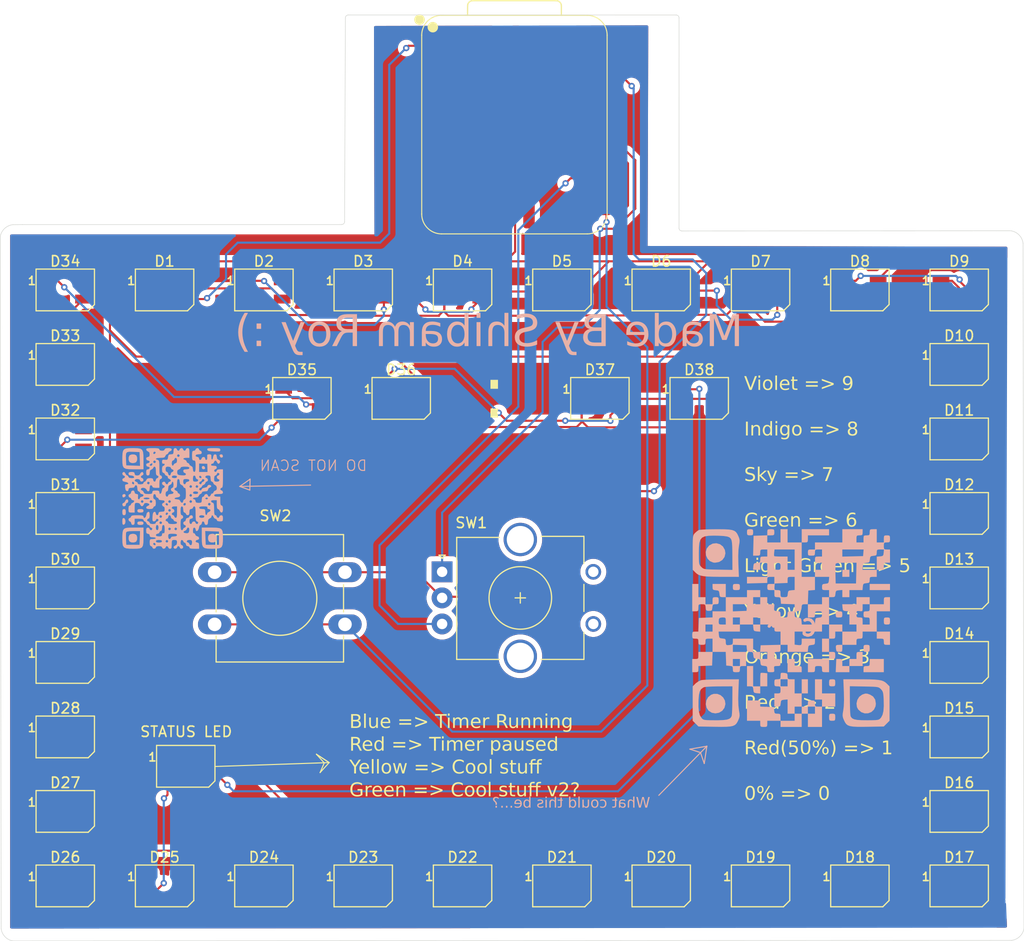
<source format=kicad_pcb>
(kicad_pcb (version 20241229) (generator "pcbnew") (generator_version "9.0")
  (layers (0 "F.Cu" signal) (2 "B.Cu" signal) (13 "F.Paste" user) (15 "B.Paste" user) (5 "F.SilkS" user "F.Silkscreen") (7 "B.SilkS" user "B.Silkscreen") (1 "F.Mask" user) (3 "B.Mask" user) (25 "Edge.Cuts" user))
  (net 0 "")
  (net 1 "Net-(D1-DOUT)")
  (net 2 "Net-(D1-DIN)")
  (net 3 "Net-(D1-VSS)")
  (net 4 "Net-(D2-DOUT)")
  (net 5 "Net-(D3-DOUT)")
  (net 6 "Net-(D4-DOUT)")
  (net 8 "Net-(D6-DOUT)")
  (net 10 "Net-(D7-DOUT)")
  (net 11 "Net-(D8-DOUT)")
  (net 12 "Net-(D10-DIN)")
  (net 13 "Net-(D20-DOUT)")
  (net 14 "Net-(D10-DOUT)")
  (net 15 "Net-(D22-DOUT)")
  (net 16 "Net-(D11-DOUT)")
  (net 17 "Net-(D12-DOUT)")
  (net 18 "Net-(D13-DOUT)")
  (net 19 "Net-(D14-DOUT)")
  (net 20 "Net-(D15-DOUT)")
  (net 21 "Net-(D17-DOUT)")
  (net 22 "Net-(D19-DOUT)")
  (net 23 "Net-(D29-DOUT)")
  (net 24 "Net-(D21-DOUT)")
  (net 25 "Net-(D31-DOUT)")
  (net 26 "Net-(D38-DOUT)")
  (net 27 "Net-(D23-VSS)")
  (net 28 "Net-(D23-DOUT)")
  (net 29 "Net-(D24-DOUT)")
  (net 30 "Net-(D25-DOUT)")
  (net 31 "Net-(D26-DOUT)")
  (net 32 "Net-(D27-DOUT)")
  (net 33 "Net-(D28-DOUT)")
  (net 34 "Net-(D18-DOUT)")
  (net 35 "Net-(D30-DOUT)")
  (net 36 "+5V")
  (net 37 "Net-(D32-DOUT)")
  (net 38 "Net-(D33-DOUT)")
  (net 39 "Net-(D34-DOUT)")
  (net 40 "Net-(D35-DOUT)")
  (net 41 "Net-(D36-DOUT)")
  (net 42 "Net-(D37-DOUT)")
  (net 43 "Net-(U1-GPIO3_D10_MOSI)")
  (net 44 "Net-(U1-GPIO2_D8_SCK)")
  (net 46 "Net-(U1-GPIO1_D7_CSn_RX)")
  (net 49 "Net-(U1-GPIO4_D9_MISO)")
  (net 52 "GND")
  (net 55 "Net-(D16-DOUT)")
  (footprint "LED_SMD:LED_SK6812MINI_PLCC4_3.5x3.5mm_P1.75mm" (layer "F.Cu") (at 189.86875 80.0875)
    (property "Reference" "D12")
    (property "Value" "SK6812MINI")
  )
  (footprint "LED_SMD:LED_SK6812MINI_PLCC4_3.5x3.5mm_P1.75mm" (layer "F.Cu") (at 170.81875 115.80625)
    (property "Reference" "D19")
    (property "Value" "SK6812MINI")
  )
  (footprint "LED_SMD:LED_SK6812MINI_PLCC4_3.5x3.5mm_P1.75mm" (layer "F.Cu") (at 123.19375 58.65625)
    (property "Reference" "D2")
    (property "Value" "SK6812MINI")
  )
  (footprint "LED_SMD:LED_SK6812MINI_PLCC4_3.5x3.5mm_P1.75mm" (layer "F.Cu") (at 189.86875 94.375)
    (property "Reference" "D14")
    (property "Value" "SK6812MINI")
  )
  (footprint "LED_SMD:LED_SK6812MINI_PLCC4_3.5x3.5mm_P1.75mm" (layer "F.Cu") (at 113.66875 58.65625)
    (property "Reference" "D1")
    (property "Value" "SK6812MINI")
  )
  (footprint "LED_SMD:LED_SK6812MINI_PLCC4_3.5x3.5mm_P1.75mm" (layer "F.Cu") (at 189.86875 101.51875)
    (property "Reference" "D15")
    (property "Value" "SK6812MINI")
  )
  (footprint "LED_SMD:LED_SK6812MINI_PLCC4_3.5x3.5mm_P1.75mm" (layer "F.Cu") (at 113.66875 115.80625)
    (property "Reference" "D25")
    (property "Value" "SK6812MINI")
  )
  (footprint "LED_SMD:LED_SK6812MINI_PLCC4_3.5x3.5mm_P1.75mm" (layer "F.Cu") (at 189.86875 72.94375)
    (property "Reference" "D11")
    (property "Value" "SK6812MINI")
  )
  (footprint "LED_SMD:LED_SK6812MINI_PLCC4_3.5x3.5mm_P1.75mm" (layer "F.Cu") (at 123.19375 115.80625)
    (property "Reference" "D24")
    (property "Value" "SK6812MINI")
  )
  (footprint "LED_SMD:LED_SK6812MINI_PLCC4_3.5x3.5mm_P1.75mm" (layer "F.Cu") (at 104.14375 58.65625)
    (property "Reference" "D34")
    (property "Value" "SK6812MINI")
  )
  (footprint "LED_SMD:LED_SK6812MINI_PLCC4_3.5x3.5mm_P1.75mm" (layer "F.Cu") (at 142.24375 115.80625)
    (property "Reference" "D22")
    (property "Value" "SK6812MINI")
  )
  (footprint "Button_Switch_THT:SW_PUSH-12mm" (layer "F.Cu") (at 118.46875 85.725)
    (property "Reference" "SW2")
    (property "Value" "SW_Push")
  )
  (footprint "LED_SMD:LED_SK6812MINI_PLCC4_3.5x3.5mm_P1.75mm" (layer "F.Cu") (at 189.86875 87.23125)
    (property "Reference" "D13")
    (property "Value" "SK6812MINI")
  )
  (footprint "LED_SMD:LED_SK6812MINI_PLCC4_3.5x3.5mm_P1.75mm" (layer "F.Cu") (at 164.9375 69.05625)
    (property "Reference" "D38")
    (property "Value" "SK6812MINI")
  )
  (footprint "LED_SMD:LED_SK6812MINI_PLCC4_3.5x3.5mm_P1.75mm" (layer "F.Cu") (at 104.14375 72.94375)
    (property "Reference" "D32")
    (property "Value" "SK6812MINI")
  )
  (footprint "LED_SMD:LED_SK6812MINI_PLCC4_3.5x3.5mm_P1.75mm" (layer "F.Cu") (at 104.14375 108.6625)
    (property "Reference" "D27")
    (property "Value" "SK6812MINI")
  )
  (footprint "LED_SMD:LED_SK6812MINI_PLCC4_3.5x3.5mm_P1.75mm" (layer "F.Cu") (at 151.76875 58.65625)
    (property "Reference" "D5")
    (property "Value" "SK6812MINI")
  )
  (footprint "LED_SMD:LED_SK6812MINI_PLCC4_3.5x3.5mm_P1.75mm" (layer "F.Cu") (at 189.86875 65.8)
    (property "Reference" "D10")
    (property "Value" "SK6812MINI")
  )
  (footprint "OPL:XIAO-RP2040-SMD" (layer "F.Cu") (at 147.16125 42.8625)
    (property "Reference" "U1" (hide yes))
    (property "Value" "XIAO-RP2040-SMD")
  )
  (footprint "LED_SMD:LED_SK6812MINI_PLCC4_3.5x3.5mm_P1.75mm" (layer "F.Cu") (at 189.86875 58.65625)
    (property "Reference" "D9")
    (property "Value" "SK6812MINI")
  )
  (footprint "LED_SMD:LED_SK6812MINI_PLCC4_3.5x3.5mm_P1.75mm" (layer "F.Cu") (at 104.14375 87.23125)
    (property "Reference" "D30")
    (property "Value" "SK6812MINI")
  )
  (footprint "Rotary_Encoder:RotaryEncoder_Alps_EC11E_Vertical_H20mm_CircularMountingHoles" (layer "F.Cu") (at 140.28125 85.6875)
    (property "Reference" "SW1")
    (property "Value" "RotaryEncoder_Switch")
  )
  (footprint "LED_SMD:LED_SK6812MINI_PLCC4_3.5x3.5mm_P1.75mm" (layer "F.Cu") (at 161.29375 115.80625)
    (property "Reference" "D20")
    (property "Value" "SK6812MINI")
  )
  (footprint "LED_SMD:LED_SK6812MINI_PLCC4_3.5x3.5mm_P1.75mm" (layer "F.Cu") (at 155.4125 69.05625)
    (property "Reference" "D37")
    (property "Value" "SK6812MINI")
  )
  (footprint "LED_SMD:LED_SK6812MINI_PLCC4_3.5x3.5mm_P1.75mm" (layer "F.Cu") (at 115.7 104.335)
    (property "Reference" "STATUS LED")
    (property "Value" "Status LED")
  )
  (footprint "LED_SMD:LED_SK6812MINI_PLCC4_3.5x3.5mm_P1.75mm" (layer "F.Cu") (at 189.86875 108.6625)
    (property "Reference" "D16")
    (property "Value" "SK6812MINI")
  )
  (footprint "LED_SMD:LED_SK6812MINI_PLCC4_3.5x3.5mm_P1.75mm" (layer "F.Cu") (at 132.71875 58.65625)
    (property "Reference" "D3")
    (property "Value" "SK6812MINI")
  )
  (footprint "LED_SMD:LED_SK6812MINI_PLCC4_3.5x3.5mm_P1.75mm" (layer "F.Cu") (at 151.76875 115.80625)
    (property "Reference" "D21")
    (property "Value" "SK6812MINI")
  )
  (footprint "LED_SMD:LED_SK6812MINI_PLCC4_3.5x3.5mm_P1.75mm" (layer "F.Cu") (at 104.14375 115.80625)
    (property "Reference" "D26")
    (property "Value" "SK6812MINI")
  )
  (footprint "LED_SMD:LED_SK6812MINI_PLCC4_3.5x3.5mm_P1.75mm" (layer "F.Cu") (at 104.14375 65.8)
    (property "Reference" "D33")
    (property "Value" "SK6812MINI")
  )
  (footprint "LED_SMD:LED_SK6812MINI_PLCC4_3.5x3.5mm_P1.75mm" (layer "F.Cu") (at 161.29375 58.65625)
    (property "Reference" "D6")
    (property "Value" "SK6812MINI")
  )
  (footprint "LED_SMD:LED_SK6812MINI_PLCC4_3.5x3.5mm_P1.75mm" (layer "F.Cu") (at 126.8375 69.05625)
    (property "Reference" "D35")
    (property "Value" "SK6812MINI")
  )
  (footprint "LED_SMD:LED_SK6812MINI_PLCC4_3.5x3.5mm_P1.75mm" (layer "F.Cu") (at 189.86875 115.80625)
    (property "Reference" "D17")
    (property "Value" "SK6812MINI")
  )
  (footprint "LED_SMD:LED_SK6812MINI_PLCC4_3.5x3.5mm_P1.75mm" (layer "F.Cu") (at 136.3625 69.05625)
    (property "Reference" "D36")
    (property "Value" "SK6812MINI")
  )
  (footprint "LED_SMD:LED_SK6812MINI_PLCC4_3.5x3.5mm_P1.75mm" (layer "F.Cu") (at 180.34375 58.65625)
    (property "Reference" "D8")
    (property "Value" "SK6812MINI")
  )
  (footprint "LED_SMD:LED_SK6812MINI_PLCC4_3.5x3.5mm_P1.75mm" (layer "F.Cu") (at 170.81875 58.65625)
    (property "Reference" "D7")
    (property "Value" "SK6812MINI")
  )
  (footprint "LED_SMD:LED_SK6812MINI_PLCC4_3.5x3.5mm_P1.75mm" (layer "F.Cu") (at 104.14375 101.51875)
    (property "Reference" "D28")
    (property "Value" "SK6812MINI")
  )
  (footprint "LED_SMD:LED_SK6812MINI_PLCC4_3.5x3.5mm_P1.75mm" (layer "F.Cu") (at 104.14375 80.0875)
    (property "Reference" "D31")
    (property "Value" "SK6812MINI")
  )
  (footprint "LED_SMD:LED_SK6812MINI_PLCC4_3.5x3.5mm_P1.75mm" (layer "F.Cu") (at 132.71875 115.80625)
    (property "Reference" "D23")
    (property "Value" "SK6812MINI")
  )
  (footprint "LED_SMD:LED_SK6812MINI_PLCC4_3.5x3.5mm_P1.75mm" (layer "F.Cu") (at 104.14375 94.375)
    (property "Reference" "D29")
    (property "Value" "SK6812MINI")
  )
  (footprint "LED_SMD:LED_SK6812MINI_PLCC4_3.5x3.5mm_P1.75mm" (layer "F.Cu") (at 180.34375 115.80625)
    (property "Reference" "D18")
    (property "Value" "SK6812MINI")
  )
  (footprint "LED_SMD:LED_SK6812MINI_PLCC4_3.5x3.5mm_P1.75mm" (layer "F.Cu") (at 142.24375 58.65625)
    (property "Reference" "D4")
    (property "Value" "SK6812MINI")
  )
  (footprint "LOGO" (layer "B.Cu") (at 173.75 91.08)
    (property "Reference" "G***")
    (property "Value" "LOGO" (hide yes))
  )
  (footprint "LOGO" (layer "B.Cu") (at 114.44 78.65)
    (property "Reference" "G***" (hide yes))
    (property "Value" "LOGO" (hide yes))
  )
  (gr_line (start 129.45 103.98) (end 128.23 103.18) (stroke (width 0.1)) (layer "F.SilkS"))
  (gr_line (start 128.58 104.94) (end 128.98 104.01) (stroke (width 0.1)) (layer "F.SilkS"))
  (gr_line (start 128.23 103.18) (end 129.45 103.98) (stroke (width 0.1)) (layer "F.SilkS"))
  (gr_line (start 118.5 104.355) (end 129.45 103.98) (stroke (width 0.1)) (layer "F.SilkS"))
  (gr_line (start 129.45 103.98) (end 128.58 104.94) (stroke (width 0.1)) (layer "F.SilkS"))
  (gr_line (start 128.98 104.01) (end 128.23 103.18) (stroke (width 0.1)) (layer "F.SilkS"))
  (gr_line (start 121.87 76.8) (end 121.84 77.85) (stroke (width 0.1)) (layer "B.SilkS"))
  (gr_line (start 165.06 103.02) (end 165.42 104.07) (stroke (width 0.1)) (layer "B.SilkS"))
  (gr_line (start 127.67 77.37) (end 120.88 77.5) (stroke (width 0.1)) (layer "B.SilkS"))
  (gr_line (start 165.67 102.41) (end 164.04 102.69) (stroke (width 0.1)) (layer "B.SilkS"))
  (gr_line (start 164.04 102.69) (end 165.06 103.02) (stroke (width 0.1)) (layer "B.SilkS"))
  (gr_line (start 161.06 107.12) (end 165.67 102.41) (stroke (width 0.1)) (layer "B.SilkS"))
  (gr_line (start 120.88 77.5) (end 121.87 76.8) (stroke (width 0.1)) (layer "B.SilkS"))
  (gr_line (start 121.84 77.85) (end 120.88 77.5) (stroke (width 0.1)) (layer "B.SilkS"))
  (gr_line (start 165.42 104.07) (end 165.67 102.41) (stroke (width 0.1)) (layer "B.SilkS"))
  (gr_line (start 131.290232 32.287061) (end 162.719768 32.290007) (stroke (width 0.05)) (layer "Edge.Cuts"))
  (gr_line (start 163.002938 32.570232) (end 163.000001 52.729768) (stroke (width 0.05)) (layer "Edge.Cuts"))
  (gr_line (start 194.883558 121.029558) (end 99.119703 121.081517) (stroke (width 0.05)) (layer "Edge.Cuts"))
  (gr_line (start 195.989625 54.176442) (end 196.078477 119.893047) (stroke (width 0.05)) (layer "Edge.Cuts"))
  (gr_line (start 97.99713 119.9) (end 97.910583 53.53695) (stroke (width 0.05)) (layer "Edge.Cuts"))
  (gr_arc (start 99.119703 121.081517) (mid 98.361776 120.677589) (end 97.997131 119.9) (stroke (width 0.05)) (layer "Edge.Cuts"))
  (gr_line (start 130.92965 52.099768) (end 131.007062 32.570232) (stroke (width 0.05)) (layer "Edge.Cuts"))
  (gr_arc (start 196.078477 119.893051) (mid 195.669998 120.659988) (end 194.883558 121.029529) (stroke (width 0.05)) (layer "Edge.Cuts"))
  (gr_line (start 99.106695 52.400443) (end 100.0125 52.3875) (stroke (width 0.05)) (layer "Edge.Cuts"))
  (gr_arc (start 163.270232 53) (mid 163.079149 52.920851) (end 163 52.729768) (stroke (width 0.05)) (layer "Edge.Cuts"))
  (gr_line (start 163.270232 53) (end 194.863047 52.981523) (stroke (width 0.05)) (layer "Edge.Cuts"))
  (gr_arc (start 194.861399 52.991217) (mid 195.622459 53.396354) (end 195.989625 54.176442) (stroke (width 0.05)) (layer "Edge.Cuts"))
  (gr_arc (start 97.911524 53.53695) (mid 98.320001 52.770001) (end 99.106443 52.400443) (stroke (width 0.05)) (layer "Edge.Cuts"))
  (gr_arc (start 162.719768 32.287061) (mid 162.92 32.37) (end 163.002939 32.570232) (stroke (width 0.05)) (layer "Edge.Cuts"))
  (gr_line (start 100.0125 52.3875) (end 130.649768 52.3875) (stroke (width 0.05)) (layer "Edge.Cuts"))
  (gr_arc (start 131.007061 32.570232) (mid 131.09 32.37) (end 131.290232 32.287061) (stroke (width 0.05)) (layer "Edge.Cuts"))
  (gr_arc (start 130.932939 52.099768) (mid 130.85 52.3) (end 130.649768 52.382939) (stroke (width 0.05)) (layer "Edge.Cuts"))
  (gr_text "Blue => Timer Running\nRed => Timer paused\nYellow => Cool stuff\nGreen => Cool stuff v2?\n" (at 131.38 107.43 0) (layer "F.SilkS") (effects (font (size 1.3 1.3) (thickness 0.1)) (justify left bottom)))
  (gr_text "Violet => 9\n\nIndigo => 8\n\nSky => 7\n\nGreen => 6\n\nLight Green => 5\n\nYellow => 4\n\nOrange => 3\n\nRed => 2\n\nRed(50%) => 1\n\n0% => 0\n\n" (at 169.24 109.96 0) (layer "F.SilkS") (effects (font (size 1.3 1.3) (thickness 0.1)) (justify left bottom)))
  (gr_text ":" (at 144.1 71.74 0) (layer "F.SilkS") (effects (font (size 5 5) (thickness 0.1)) (justify left bottom)))
  (gr_text "What could this be...?" (at 160.24 108.47 0) (layer "B.SilkS") (effects (font (size 1 1) (thickness 0.1)) (justify left bottom mirror)))
  (gr_text "Made By Shibam Roy :)" (at 169.16 64.55 0) (layer "B.SilkS") (effects (font (size 3 3) (thickness 0.1)) (justify left bottom mirror)))
  (gr_text "DO NOT SCAN" (at 133.15 76.09 0) (layer "B.SilkS") (effects (font (size 1 1) (thickness 0.1)) (justify left bottom mirror)))
  (segment (start 112.64475 58.50725) (end 123.91975 58.50725) (width 0.2) (layer "F.Cu") (net 1))
  (segment (start 111.91875 57.78125) (end 112.64475 58.50725) (width 0.2) (layer "F.Cu") (net 1))
  (segment (start 123.91975 58.50725) (end 124.94375 59.53125) (width 0.2) (layer "F.Cu") (net 1))
  (segment (start 137.0575 35.2425) (end 139.16125 35.2425) (width 0.2) (layer "F.Cu") (net 2))
  (segment (start 115.41875 59.53125) (end 117.64875 59.53125) (width 0.2) (layer "F.Cu") (net 2))
  (segment (start 136.84 35.46) (end 137.0575 35.2425) (width 0.2) (layer "F.Cu") (net 2))
  (segment (start 117.64875 59.53125) (end 117.74 59.44) (width 0.2) (layer "F.Cu") (net 2))
  (via (at 136.84 35.46) (size 0.6) (drill 0.3) (layers "F.Cu" "B.Cu") (net 2))
  (via (at 117.74 59.44) (size 0.6) (drill 0.3) (layers "F.Cu" "B.Cu") (net 2))
  (segment (start 135.21 37.07) (end 136.82 35.46) (width 0.2) (layer "B.Cu") (net 2))
  (segment (start 135.21 53.25) (end 135.21 37.07) (width 0.2) (layer "B.Cu") (net 2))
  (segment (start 119.56 55.24) (end 120.68 54.12) (width 0.2) (layer "B.Cu") (net 2))
  (segment (start 136.82 35.46) (end 136.84 35.46) (width 0.2) (layer "B.Cu") (net 2))
  (segment (start 120.68 54.12) (end 134.34 54.12) (width 0.2) (layer "B.Cu") (net 2))
  (segment (start 119.56 57.62) (end 119.56 55.24) (width 0.2) (layer "B.Cu") (net 2))
  (segment (start 134.34 54.12) (end 135.21 53.25) (width 0.2) (layer "B.Cu") (net 2))
  (segment (start 117.74 59.44) (end 119.56 57.62) (width 0.2) (layer "B.Cu") (net 2))
  (segment (start 185.71 96.58) (end 185.71 101.55) (width 0.2) (layer "F.Cu") (net 3))
  (segment (start 185.65 87.01) (end 185.65 81.83) (width 0.2) (layer "F.Cu") (net 3))
  (segment (start 159.54375 117.78625) (end 159.16 118.17) (width 0.2) (layer "F.Cu") (net 3))
  (segment (start 121.55 59.6375) (end 121.44375 59.53125) (width 0.2) (layer "F.Cu") (net 3))
  (segment (start 142.1825 118.37) (end 140.49375 116.68125) (width 0.2) (layer "F.Cu") (net 3))
  (segment (start 150.01875 118.06875) (end 149.7175 118.37) (width 0.2) (layer "F.Cu") (net 3))
  (segment (start 140.49375 60.74375) (end 140.88 61.13) (width 0.2) (layer "F.Cu") (net 3))
  (segment (start 121.55 60.07) (end 121.55 59.6375) (width 0.2) (layer "F.Cu") (net 3))
  (segment (start 169.06875 59.53125) (end 171.2375 61.7) (width 0.2) (layer "F.Cu") (net 3))
  (segment (start 185.65 81.83) (end 185.62 81.8) (width 0.2) (layer "F.Cu") (net 3))
  (segment (start 169.06875 117.65875) (end 169.06125 117.65875) (width 0.2) (layer "F.Cu") (net 3))
  (segment (start 139.99 61.13) (end 139.99 61.08) (width 0.2) (layer "F.Cu") (net 3))
  (segment (start 169.06125 117.65875) (end 168.56 118.16) (width 0.2) (layer "F.Cu") (net 3))
  (segment (start 186.17 72.52) (end 187.46875 73.81875) (width 0.2) (layer "F.Cu") (net 3))
  (segment (start 158.76 61.1) (end 158.76 61.07) (width 0.2) (layer "F.Cu") (net 3))
  (segment (start 159.93 118.16) (end 159.54375 117.77375) (width 0.2) (layer "F.Cu") (net 3))
  (segment (start 176.425 61.7) (end 178.59375 59.53125) (width 0.2) (layer "F.Cu") (net 3))
  (segment (start 186.01 75.9275) (end 186.01 80.27) (width 0.2) (layer "F.Cu") (net 3))
  (segment (start 159.16 118.17) (end 150.12 118.17) (width 0.2) (layer "F.Cu") (net 3))
  (segment (start 112.86 61.19) (end 120.43 61.19) (width 0.2) (layer "F.Cu") (net 3))
  (segment (start 159.54375 117.77375) (end 159.54375 116.68125) (width 0.2) (layer "F.Cu") (net 3))
  (segment (start 188.11875 88.10625) (end 185.91 90.315) (width 0.2) (layer "F.Cu") (net 3))
  (segment (start 186.88 61.77) (end 188.11875 60.53125) (width 0.2) (layer "F.Cu") (net 3))
  (segment (start 159.54375 117.77375) (end 159.54375 117.78625) (width 0.2) (layer "F.Cu") (net 3))
  (segment (start 186.7675 109.5375) (end 188.11875 109.5375) (width 0.2) (layer "F.Cu") (net 3))
  (segment (start 149.52 61.13) (end 150.01875 60.63125) (width 0.2) (layer "F.Cu") (net 3))
  (segment (start 185.62 108.39) (end 186.7675 109.5375) (width 0.2) (layer "F.Cu") (net 3))
  (segment (start 120.43 61.19) (end 121.55 60.07) (width 0.2) (layer "F.Cu") (net 3))
  (segment (start 111.91875 59.53125) (end 111.91875 60.48875) (width 0.2) (layer "F.Cu") (net 3))
  (segment (start 188.11875 66.675) (end 186.695 66.675) (width 0.2) (layer "F.Cu") (net 3))
  (segment (start 171.2375 61.7) (end 176.425 61.7) (width 0.2) (layer "F.Cu") (net 3))
  (segment (start 177.9 118.21) (end 169.62 118.21) (width 0.2) (layer "F.Cu") (net 3))
  (segment (start 150.01875 60.63875) (end 150.48 61.1) (width 0.2) (layer "F.Cu") (net 3))
  (segment (start 188.11875 116.68125) (end 189.43875 116.68125) (width 0.2) (layer "F.Cu") (net 3))
  (segment (start 185.93 61.77) (end 186.88 61.77) (width 0.2) (layer "F.Cu") (net 3))
  (segment (start 188.11875 73.81875) (end 186.01 75.9275) (width 0.2) (layer "F.Cu") (net 3))
  (segment (start 112.74 61.31) (end 112.86 61.19) (width 0.2) (layer "F.Cu") (net 3))
  (segment (start 189.779 116.341) (end 189.779 111.19775) (width 0.2) (layer "F.Cu") (net 3))
  (segment (start 185.96 61.8) (end 185.93 61.77) (width 0.2) (layer "F.Cu") (net 3))
  (segment (start 130.63 61.06) (end 130.96875 60.72125) (width 0.2) (layer "F.Cu") (net 3))
  (segment (start 188.11875 66.675) (end 186.17 68.62375) (width 0.2) (layer "F.Cu") (net 3))
  (segment (start 187.46875 73.81875) (end 188.11875 73.81875) (width 0.2) (layer "F.Cu") (net 3))
  (segment (start 159.54375 60.34375) (end 160.24 61.04) (width 0.2) (layer "F.Cu") (net 3))
  (segment (start 169.62 118.21) (end 169.06875 117.65875) (width 0.2) (layer "F.Cu") (net 3))
  (segment (start 188.11875 60.53125) (end 188.11875 59.53125) (width 0.2) (layer "F.Cu") (net 3))
  (segment (start 140.49375 60.57625) (end 140.49375 59.53125) (width 0.2) (layer "F.Cu") (net 3))
  (segment (start 178.45 117.66) (end 177.9 118.21) (width 0.2) (layer "F.Cu") (net 3))
  (segment (start 131.39 61.13) (end 139.99 61.13) (width 0.2) (layer "F.Cu") (net 3))
  (segment (start 187.65 118.16) (end 178.98 118.16) (width 0.2) (layer "F.Cu") (net 3))
  (segment (start 149.7175 118.37) (end 142.1825 118.37) (width 0.2) (layer "F.Cu") (net 3))
  (segment (start 185.91 94.59) (end 185.95 94.59) (width 0.2) (layer "F.Cu") (net 3))
  (segment (start 188.11875 95.25) (end 187.04 95.25) (width 0.2) (layer "F.Cu") (net 3))
  (segment (start 158.76 61.07) (end 159.54375 60.28625) (width 0.2) (layer "F.Cu") (net 3))
  (segment (start 185.95 94.59) (end 186.61 95.25) (width 0.2) (layer "F.Cu") (net 3))
  (segment (start 178.98 118.16) (end 178.59375 117.77375) (width 0.2) (layer "F.Cu") (net 3))
  (segment (start 180.8325 61.77) (end 185.93 61.77) (width 0.2) (layer "F.Cu") (net 3))
  (segment (start 130.96875 60.70875) (end 131.39 61.13) (width 0.2) (layer "F.Cu") (net 3))
  (segment (start 121.44375 59.89625) (end 121.44375 59.53125) (width 0.2) (layer "F.Cu") (net 3))
  (segment (start 111.91875 60.48875) (end 112.74 61.31) (width 0.2) (layer "F.Cu") (net 3))
  (segment (start 189.43875 116.68125) (end 189.779 116.341) (width 0.2) (layer "F.Cu") (net 3))
  (segment (start 178.59375 117.77375) (end 178.59375 117.66) (width 0.2) (layer "F.Cu") (net 3))
  (segment (start 150.01875 60.63125) (end 150.01875 60.63875) (width 0.2) (layer "F.Cu") (net 3))
  (segment (start 121.44375 59.53125) (end 121.44375 59.87375) (width 0.2) (layer "F.Cu") (net 3))
  (segment (start 150.01875 60.63125) (end 150.01875 59.53125) (width 0.2) (layer "F.Cu") (net 3))
  (segment (start 140.88 61.13) (end 149.52 61.13) (width 0.2) (layer "F.Cu") (net 3))
  (segment (start 122.67 61.06) (end 130.63 61.06) (width 0.2) (layer "F.Cu") (net 3))
  (segment (start 186.74625 88.10625) (end 185.65 87.01) (width 0.2) (layer "F.Cu") (net 3))
  (segment (start 188.11875 116.68125) (end 188.11875 117.69125) (width 0.2) (layer "F.Cu") (net 3))
  (segment (start 139.99 61.08) (end 140.49375 60.57625) (width 0.2) (layer "F.Cu") (net 3))
  (segment (start 185.96 65.94) (end 185.96 61.8) (width 0.2) (layer "F.Cu") (net 3))
  (segment (start 160.24 61.04) (end 167.56 61.04) (width 0.2) (layer "F.Cu") (net 3))
  (segment (start 178.59375 117.66) (end 178.45 117.66) (width 0.2) (layer "F.Cu") (net 3))
  (segment (start 140.49375 59.53125) (end 140.49375 60.74375) (width 0.2) (layer "F.Cu") (net 3))
  (segment (start 186.01 80.27) (end 186.7025 80.9625) (width 0.2) (layer "F.Cu") (net 3))
  (segment (start 159.54375 60.28625) (end 159.54375 60.34375) (width 0.2) (layer "F.Cu") (net 3))
  (segment (start 185.91 90.315) (end 185.91 94.59) (width 0.2) (layer "F.Cu") (net 3))
  (segment (start 188.11875 102.39375) (end 186.78625 102.39375) (width 0.2) (layer "F.Cu") (net 3))
  (segment (start 167.56 61.04) (end 169.06875 59.53125) (width 0.2) (layer "F.Cu") (net 3))
  (segment (start 186.55375 102.39375) (end 188.11875 102.39375) (width 0.2) (layer "F.Cu") (net 3))
  (segment (start 189.779 111.19775) (end 188.11875 109.5375) (width 0.2) (layer "F.Cu") (net 3))
  (segment (start 178.59375 59.53125) (end 180.8325 61.77) (width 0.2) (layer "F.Cu") (net 3))
  (segment (start 150.48 61.1) (end 158.76 61.1) (width 0.2) (layer "F.Cu") (net 3))
  (segment (start 150.12 118.17) (end 150.01875 118.06875) (width 0.2) (layer "F.Cu") (net 3))
  (segment (start 187.04 95.25) (end 185.71 96.58) (width 0.2) (layer "F.Cu") (net 3))
  (segment (start 150.01875 118.06875) (end 150.01875 116.68125) (width 0.2) (layer "F.Cu") (net 3))
  (segment (start 185.62 81.8) (end 186.4575 80.9625) (width 0.2) (layer "F.Cu") (net 3))
  (segment (start 188.11875 117.69125) (end 187.65 118.16) (width 0.2) (layer "F.Cu") (net 3))
  (segment (start 186.78625 102.39375) (end 185.62 103.56) (width 0.2) (layer "F.Cu") (net 3))
  (segment (start 178.59375 117.66) (end 178.59375 116.68125) (width 0.2) (layer "F.Cu") (net 3))
  (segment (start 186.61 95.25) (end 188.11875 95.25) (width 0.2) (layer "F.Cu") (net 3))
  (segment (start 188.11875 88.10625) (end 186.74625 88.10625) (width 0.2) (layer "F.Cu") (net 3))
  (segment (start 169.06875 117.65875) (end 169.06875 116.68125) (width 0.2) (layer "F.Cu") (net 3))
  (segment (start 186.695 66.675) (end 185.96 65.94) (width 0.2) (layer "F.Cu") (net 3))
  (segment (start 122.65 61.08) (end 122.67 61.06) (width 0.2) (layer "F.Cu") (net 3))
  (segment (start 168.56 118.16) (end 159.93 118.16) (width 0.2) (layer "F.Cu") (net 3))
  (segment (start 159.54375 60.28625) (end 159.54375 59.53125) (width 0.2) (layer "F.Cu") (net 3))
  (segment (start 185.71 101.55) (end 186.55375 102.39375) (width 0.2) (layer "F.Cu") (net 3))
  (segment (start 121.44375 59.87375) (end 122.65 61.08) (width 0.2) (layer "F.Cu") (net 3))
  (segment (start 130.96875 59.53125) (end 130.96875 60.70875) (width 0.2) (layer "F.Cu") (net 3))
  (segment (start 186.17 68.62375) (end 186.17 72.52) (width 0.2) (layer "F.Cu") (net 3))
  (segment (start 186.7025 80.9625) (end 188.11875 80.9625) (width 0.2) (layer "F.Cu") (net 3))
  (segment (start 186.4575 80.9625) (end 188.11875 80.9625) (width 0.2) (layer "F.Cu") (net 3))
  (segment (start 130.96875 60.72125) (end 130.96875 59.53125) (width 0.2) (layer "F.Cu") (net 3))
  (segment (start 185.62 103.56) (end 185.62 108.39) (width 0.2) (layer "F.Cu") (net 3))
  (segment (start 134.7 60.53) (end 134.7 59.7625) (width 0.2) (layer "F.Cu") (net 4))
  (segment (start 134.7 59.7625) (end 134.46875 59.53125) (width 0.2) (layer "F.Cu") (net 4))
  (segment (start 123.19125 57.78125) (end 123.21 57.8) (width 0.2) (layer "F.Cu") (net 4))
  (segment (start 121.44375 57.78125) (end 123.19125 57.78125) (width 0.2) (layer "F.Cu") (net 4))
  (via (at 134.7 60.53) (size 0.6) (drill 0.3) (layers "F.Cu" "B.Cu") (net 4))
  (via (at 123.21 57.8) (size 0.6) (drill 0.3) (layers "F.Cu" "B.Cu") (net 4))
  (segment (start 127.42 62.01) (end 133.82 62.01) (width 0.2) (layer "B.Cu") (net 4))
  (segment (start 123.21 57.8) (end 127.42 62.01) (width 0.2) (layer "B.Cu") (net 4))
  (segment (start 134.7 61.13) (end 134.7 60.53) (width 0.2) (layer "B.Cu") (net 4))
  (segment (start 133.82 62.01) (end 134.7 61.13) (width 0.2) (layer "B.Cu") (net 4))
  (segment (start 131.99275 58.80525) (end 136.95525 58.80525) (width 0.2) (layer "F.Cu") (net 5))
  (segment (start 143.09 60.435) (end 143.99375 59.53125) (width 0.2) (layer "F.Cu") (net 5))
  (segment (start 130.96875 57.78125) (end 131.99275 58.80525) (width 0.2) (layer "F.Cu") (net 5))
  (segment (start 136.95525 58.80525) (end 138.68 60.53) (width 0.2) (layer "F.Cu") (net 5))
  (segment (start 143.09 60.53) (end 143.09 60.435) (width 0.2) (layer "F.Cu") (net 5))
  (via (at 138.68 60.53) (size 0.6) (drill 0.3) (layers "F.Cu" "B.Cu") (net 5))
  (via (at 143.09 60.53) (size 0.6) (drill 0.3) (layers "F.Cu" "B.Cu") (net 5))
  (segment (start 142.87 60.75) (end 143.09 60.53) (width 0.2) (layer "B.Cu") (net 5))
  (segment (start 138.68 60.53) (end 138.9 60.75) (width 0.2) (layer "B.Cu") (net 5))
  (segment (start 138.9 60.75) (end 142.87 60.75) (width 0.2) (layer "B.Cu") (net 5))
  (segment (start 152.79275 58.80525) (end 153.51875 59.53125) (width 0.2) (layer "F.Cu") (net 6))
  (segment (start 141.51775 58.80525) (end 152.79275 58.80525) (width 0.2) (layer "F.Cu") (net 6))
  (segment (start 140.49375 57.78125) (end 141.51775 58.80525) (width 0.2) (layer "F.Cu") (net 6))
  (segment (start 159.54375 57.78125) (end 160.4825 58.72) (width 0.2) (layer "F.Cu") (net 8))
  (segment (start 160.4825 58.72) (end 166.62 58.72) (width 0.2) (layer "F.Cu") (net 8))
  (segment (start 172.42 59.68) (end 172.56875 59.53125) (width 0.2) (layer "F.Cu") (net 8))
  (segment (start 172.42 61.05) (end 172.42 59.68) (width 0.2) (layer "F.Cu") (net 8))
  (via (at 166.62 58.72) (size 0.6) (drill 0.3) (layers "F.Cu" "B.Cu") (net 8))
  (via (at 172.42 61.05) (size 0.6) (drill 0.3) (layers "F.Cu" "B.Cu") (net 8))
  (segment (start 166.62 58.72) (end 166.62 60.14) (width 0.2) (layer "B.Cu") (net 8))
  (segment (start 167.99 61.51) (end 171.96 61.51) (width 0.2) (layer "B.Cu") (net 8))
  (segment (start 166.62 60.14) (end 167.99 61.51) (width 0.2) (layer "B.Cu") (net 8))
  (segment (start 171.96 61.51) (end 172.42 61.05) (width 0.2) (layer "B.Cu") (net 8))
  (segment (start 181.0925 58.53) (end 169.8175 58.53) (width 0.2) (layer "F.Cu") (net 10))
  (segment (start 169.8175 58.53) (end 169.06875 57.78125) (width 0.2) (layer "F.Cu") (net 10))
  (segment (start 182.09375 59.53125) (end 181.0925 58.53) (width 0.2) (layer "F.Cu") (net 10))
  (segment (start 191.61875 59.53125) (end 189.908065 57.820565) (width 0.2) (layer "F.Cu") (net 11))
  (segment (start 189.908065 57.820565) (end 189.908065 57.659535) (width 0.2) (layer "F.Cu") (net 11))
  (segment (start 180.42 57.31) (end 179.94875 57.78125) (width 0.2) (layer "F.Cu") (net 11))
  (segment (start 179.94875 57.78125) (end 178.59375 57.78125) (width 0.2) (layer "F.Cu") (net 11))
  (via (at 189.908065 57.659535) (size 0.6) (drill 0.3) (layers "F.Cu" "B.Cu") (net 11))
  (via (at 180.42 57.31) (size 0.6) (drill 0.3) (layers "F.Cu" "B.Cu") (net 11))
  (segment (start 189.55853 57.31) (end 180.42 57.31) (width 0.2) (layer "B.Cu") (net 11))
  (segment (start 189.908065 57.659535) (end 189.55853 57.31) (width 0.2) (layer "B.Cu") (net 11))
  (segment (start 189.84 58.44) (end 189.18125 57.78125) (width 0.2) (layer "F.Cu") (net 12))
  (segment (start 189.18125 57.78125) (end 188.11875 57.78125) (width 0.2) (layer "F.Cu") (net 12))
  (segment (start 189.84 65.65) (end 189.84 58.44) (width 0.2) (layer "F.Cu") (net 12))
  (segment (start 191.61875 66.675) (end 190.865 66.675) (width 0.2) (layer "F.Cu") (net 12))
  (segment (start 190.865 66.675) (end 189.84 65.65) (width 0.2) (layer "F.Cu") (net 12))
  (segment (start 153.51875 116.68125) (end 157.79375 116.68125) (width 0.2) (layer "F.Cu") (net 13))
  (segment (start 157.79375 116.68125) (end 159.54375 114.93125) (width 0.2) (layer "F.Cu") (net 13))
  (segment (start 190.111 72.6161) (end 190.111 72.2839) (width 0.2) (layer "F.Cu") (net 14))
  (segment (start 189.75 71.9229) (end 189.75 66.55625) (width 0.2) (layer "F.Cu") (net 14))
  (segment (start 190.48975 73.81875) (end 190.111 73.44) (width 0.2) (layer "F.Cu") (net 14))
  (segment (start 189.75 66.55625) (end 188.11875 64.925) (width 0.2) (layer "F.Cu") (net 14))
  (segment (start 191.61875 73.81875) (end 190.48975 73.81875) (width 0.2) (layer "F.Cu") (net 14))
  (segment (start 190.111 73.44) (end 190.111 72.6161) (width 0.2) (layer "F.Cu") (net 14))
  (segment (start 190.111 72.2839) (end 189.8761 72.049) (width 0.2) (layer "F.Cu") (net 14))
  (segment (start 189.8761 72.049) (end 189.75 71.9229) (width 0.2) (layer "F.Cu") (net 14))
  (segment (start 138.74375 116.68125) (end 140.49375 114.93125) (width 0.2) (layer "F.Cu") (net 15))
  (segment (start 134.46875 116.68125) (end 138.74375 116.68125) (width 0.2) (layer "F.Cu") (net 15))
  (segment (start 191.61875 80.9625) (end 191.0996 80.9625) (width 0.2) (layer "F.Cu") (net 16))
  (segment (start 189.71 79.5729) (end 189.71 72.45) (width 0.2) (layer "F.Cu") (net 16))
  (segment (start 189.71 72.45) (end 189.32875 72.06875) (width 0.2) (layer "F.Cu") (net 16))
  (segment (start 191.0996 80.9625) (end 189.71 79.5729) (width 0.2) (layer "F.Cu") (net 16))
  (segment (start 189.32875 72.06875) (end 188.11875 72.06875) (width 0.2) (layer "F.Cu") (net 16))
  (segment (start 189.61 87.16) (end 189.61 80.04) (width 0.2) (layer "F.Cu") (net 17))
  (segment (start 188.7825 79.2125) (end 188.11875 79.2125) (width 0.2) (layer "F.Cu") (net 17))
  (segment (start 190.55625 88.10625) (end 189.61 87.16) (width 0.2) (layer "F.Cu") (net 17))
  (segment (start 191.61875 88.10625) (end 190.55625 88.10625) (width 0.2) (layer "F.Cu") (net 17))
  (segment (start 189.61 80.04) (end 188.7825 79.2125) (width 0.2) (layer "F.Cu") (net 17))
  (segment (start 189.74 93.7129) (end 189.74 87.9775) (width 0.2) (layer "F.Cu") (net 18))
  (segment (start 190.141 94.74) (end 190.141 94.4461) (width 0.2) (layer "F.Cu") (net 18))
  (segment (start 190.141 94.1139) (end 189.9061 93.879) (width 0.2) (layer "F.Cu") (net 18))
  (segment (start 189.9061 93.879) (end 189.74 93.7129) (width 0.2) (layer "F.Cu") (net 18))
  (segment (start 190.651 95.25) (end 190.141 94.74) (width 0.2) (layer "F.Cu") (net 18))
  (segment (start 189.74 87.9775) (end 188.11875 86.35625) (width 0.2) (layer "F.Cu") (net 18))
  (segment (start 190.141 94.4461) (end 190.141 94.1139) (width 0.2) (layer "F.Cu") (net 18))
  (segment (start 191.61875 95.25) (end 190.651 95.25) (width 0.2) (layer "F.Cu") (net 18))
  (segment (start 188.96 93.5) (end 188.11875 93.5) (width 0.2) (layer "F.Cu") (net 19))
  (segment (start 189.74 94.28) (end 188.96 93.5) (width 0.2) (layer "F.Cu") (net 19))
  (segment (start 189.74 101.59) (end 189.74 94.28) (width 0.2) (layer "F.Cu") (net 19))
  (segment (start 190.54375 102.39375) (end 189.74 101.59) (width 0.2) (layer "F.Cu") (net 19))
  (segment (start 191.61875 102.39375) (end 190.54375 102.39375) (width 0.2) (layer "F.Cu") (net 19))
  (segment (start 190.9775 109.5375) (end 189.79 108.35) (width 0.2) (layer "F.Cu") (net 20))
  (segment (start 189.79 102.315) (end 188.11875 100.64375) (width 0.2) (layer "F.Cu") (net 20))
  (segment (start 189.79 108.35) (end 189.79 102.315) (width 0.2) (layer "F.Cu") (net 20))
  (segment (start 191.61875 109.5375) (end 190.9775 109.5375) (width 0.2) (layer "F.Cu") (net 20))
  (segment (start 186.36875 116.68125) (end 188.11875 114.93125) (width 0.2) (layer "F.Cu") (net 21))
  (segment (start 182.09375 116.68125) (end 186.36875 116.68125) (width 0.2) (layer "F.Cu") (net 21))
  (segment (start 167.31875 116.68125) (end 169.06875 114.93125) (width 0.2) (layer "F.Cu") (net 22))
  (segment (start 163.04375 116.68125) (end 167.31875 116.68125) (width 0.2) (layer "F.Cu") (net 22))
  (segment (start 102.39375 91.60625) (end 105.89375 88.10625) (width 0.2) (layer "F.Cu") (net 23))
  (segment (start 102.39375 93.5) (end 102.39375 91.60625) (width 0.2) (layer "F.Cu") (net 23))
  (segment (start 143.99375 116.68125) (end 148.26875 116.68125) (width 0.2) (layer "F.Cu") (net 24))
  (segment (start 148.26875 116.68125) (end 150.01875 114.93125) (width 0.2) (layer "F.Cu") (net 24))
  (segment (start 102.39375 79.2125) (end 102.39375 77.31875) (width 0.2) (layer "F.Cu") (net 25))
  (segment (start 102.39375 77.31875) (end 105.89375 73.81875) (width 0.2) (layer "F.Cu") (net 25))
  (segment (start 164.90875 68.18125) (end 164.95 68.14) (width 0.2) (layer "F.Cu") (net 26))
  (segment (start 118.78 105.21) (end 117.45 105.21) (width 0.2) (layer "F.Cu") (net 26))
  (segment (start 119.69 106.12) (end 118.78 105.21) (width 0.2) (layer "F.Cu") (net 26))
  (segment (start 163.1875 68.18125) (end 164.90875 68.18125) (width 0.2) (layer "F.Cu") (net 26))
  (via (at 164.95 68.14) (size 0.6) (drill 0.3) (layers "F.Cu" "B.Cu") (net 26))
  (via (at 119.69 106.12) (size 0.6) (drill 0.3) (layers "F.Cu" "B.Cu") (net 26))
  (segment (start 120.3 106.73) (end 119.69 106.12) (width 0.2) (layer "B.Cu") (net 26))
  (segment (start 120.66 106.73) (end 120.3 106.73) (width 0.2) (layer "B.Cu") (net 26))
  (segment (start 157.15 106.73) (end 120.66 106.73) (width 0.2) (layer "B.Cu") (net 26))
  (segment (start 164.95 68.14) (end 164.95 98.93) (width 0.2) (layer "B.Cu") (net 26))
  (segment (start 159.03 104.85) (end 157.15 106.73) (width 0.2) (layer "B.Cu") (net 26))
  (segment (start 164.95 98.93) (end 159.03 104.85) (width 0.2) (layer "B.Cu") (net 26))
  (segment (start 100.311 80.511) (end 100.311 75.9015) (width 0.2) (layer "F.Cu") (net 27))
  (segment (start 153.6625 69.93125) (end 153.6625 71.2325) (width 0.2) (layer "F.Cu") (net 27))
  (segment (start 101.4675 109.5375) (end 100.35 108.42) (width 0.2) (layer "F.Cu") (net 27))
  (segment (start 163.1875 71.5125) (end 163.1875 69.93125) (width 0.2) (layer "F.Cu") (net 27))
  (segment (start 134.6125 71.2825) (end 135.13 71.8) (width 0.2) (layer "F.Cu") (net 27))
  (segment (start 100.33 101.68) (end 100.33 96.5) (width 0.2) (layer "F.Cu") (net 27))
  (segment (start 102.39375 102.39375) (end 101.04375 102.39375) (width 0.2) (layer "F.Cu") (net 27))
  (segment (start 102.39375 66.675) (end 100.575 66.675) (width 0.2) (layer "F.Cu") (net 27))
  (segment (start 100.35 104.4375) (end 102.39375 102.39375) (width 0.2) (layer "F.Cu") (net 27))
  (segment (start 102.39375 95.25) (end 101.21 95.25) (width 0.2) (layer "F.Cu") (net 27))
  (segment (start 103.54125 73.81875) (end 104.34 73.02) (width 0.2) (layer "F.Cu") (net 27))
  (segment (start 129.29 118.36) (end 123.1225 118.36) (width 0.2) (layer "F.Cu") (net 27))
  (segment (start 153.6625 71.2325) (end 154.26 71.83) (width 0.2) (layer "F.Cu") (net 27))
  (segment (start 113.95 107.07) (end 113.95 105.21) (width 0.2) (layer "F.Cu") (net 27))
  (segment (start 102.39375 80.9625) (end 100.7625 80.9625) (width 0.2) (layer "F.Cu") (net 27))
  (segment (start 111.91875 116.68125) (end 112.44875 116.68125) (width 0.2) (layer "F.Cu") (net 27))
  (segment (start 101.63875 59.53125) (end 102.39375 59.53125) (width 0.2) (layer "F.Cu") (net 27))
  (segment (start 100.7625 80.9625) (end 100.311 80.511) (width 0.2) (layer "F.Cu") (net 27))
  (segment (start 102.39375 116.68125) (end 101.20125 116.68125) (width 0.2) (layer "F.Cu") (net 27))
  (segment (start 111.91875 116.68125) (end 110.24 118.36) (width 0.2) (layer "F.Cu") (net 27))
  (segment (start 121.44375 116.68125) (end 119.715 118.41) (width 0.2) (layer "F.Cu") (net 27))
  (segment (start 134.6125 71.3575) (end 134.6125 69.93125) (width 0.2) (layer "F.Cu") (net 27))
  (segment (start 100.44 111.49125) (end 102.39375 109.5375) (width 0.2) (layer "F.Cu") (net 27))
  (segment (start 125.0875 70.7025) (end 125.0875 69.93125) (width 0.2) (layer "F.Cu") (net 27))
  (segment (start 100.575 66.675) (end 100.311 66.411) (width 0.2) (layer "F.Cu") (net 27))
  (segment (start 102.39375 73.81875) (end 103.54125 73.81875) (width 0.2) (layer "F.Cu") (net 27))
  (segment (start 100.311 94.351) (end 100.311 90.189) (width 0.2) (layer "F.Cu") (net 27))
  (segment (start 101.21 95.25) (end 100.311 94.351) (width 0.2) (layer "F.Cu") (net 27))
  (segment (start 100.311 90.189) (end 102.39375 88.10625) (width 0.2) (layer "F.Cu") (net 27))
  (segment (start 113.6475 118.41) (end 111.91875 116.68125) (width 0.2) (layer "F.Cu") (net 27))
  (segment (start 102.39375 88.10625) (end 100.96625 88.10625) (width 0.2) (layer "F.Cu") (net 27))
  (segment (start 112.44875 116.68125) (end 113.59 115.54) (width 0.2) (layer "F.Cu") (net 27))
  (segment (start 104.0725 118.36) (end 102.39375 116.68125) (width 0.2) (layer "F.Cu") (net 27))
  (segment (start 125.0875 69.93125) (end 125.0875 70.6475) (width 0.2) (layer "F.Cu") (net 27))
  (segment (start 162.84 71.86) (end 163.1875 71.5125) (width 0.2) (layer "F.Cu") (net 27))
  (segment (start 100.33 96.5) (end 101.58 95.25) (width 0.2) (layer "F.Cu") (net 27))
  (segment (start 125.0875 70.6475) (end 126.27 71.83) (width 0.2) (layer "F.Cu") (net 27))
  (segment (start 101.04375 102.39375) (end 100.33 101.68) (width 0.2) (layer "F.Cu") (net 27))
  (segment (start 100.35 108.42) (end 100.35 104.4375) (width 0.2) (layer "F.Cu") (net 27))
  (segment (start 100.78875 73.81875) (end 100.311 73.341) (width 0.2) (layer "F.Cu") (net 27))
  (segment (start 100.96625 88.10625) (end 100.311 87.451) (width 0.2) (layer "F.Cu") (net 27))
  (segment (start 113.61 107.41) (end 113.95 107.07) (width 0.2) (layer "F.Cu") (net 27))
  (segment (start 101.58 95.25) (end 102.39375 95.25) (width 0.2) (layer "F.Cu") (net 27))
  (segment (start 100.311 60.859) (end 101.63875 59.53125) (width 0.2) (layer "F.Cu") (net 27))
  (segment (start 154.26 71.83) (end 162.81 71.83) (width 0.2) (layer "F.Cu") (net 27))
  (segment (start 110.24 118.36) (end 104.0725 118.36) (width 0.2) (layer "F.Cu") (net 27))
  (segment (start 153.17 71.8) (end 153.18 71.81) (width 0.2) (layer "F.Cu") (net 27))
  (segment (start 162.81 71.83) (end 162.84 71.86) (width 0.2) (layer "F.Cu") (net 27))
  (segment (start 135.13 71.8) (end 153.17 71.8) (width 0.2) (layer "F.Cu") (net 27))
  (segment (start 123.1225 118.36) (end 121.44375 116.68125) (width 0.2) (layer "F.Cu") (net 27))
  (segment (start 100.311 87.451) (end 100.311 83.04525) (width 0.2) (layer "F.Cu") (net 27))
  (segment (start 100.311 66.411) (end 100.311 60.859) (width 0.2) (layer "F.Cu") (net 27))
  (segment (start 126.27 71.83) (end 134.14 71.83) (width 0.2) (layer "F.Cu") (net 27))
  (segment (start 100.311 83.04525) (end 102.39375 80.9625) (width 0.2) (layer "F.Cu") (net 27))
  (segment (start 100.44 115.92) (end 100.44 111.49125) (width 0.2) (layer "F.Cu") (net 27))
  (segment (start 153.6625 71.3275) (end 153.6625 69.93125) (width 0.2) (layer "F.Cu") (net 27))
  (segment (start 123.93 71.86) (end 125.0875 70.7025) (width 0.2) (layer "F.Cu") (net 27))
  (segment (start 134.6125 69.93125) (end 134.6125 71.2825) (width 0.2) (layer "F.Cu") (net 27))
  (segment (start 102.39375 109.5375) (end 101.4675 109.5375) (width 0.2) (layer "F.Cu") (net 27))
  (segment (start 100.311 73.341) (end 100.311 68.75775) (width 0.2) (layer "F.Cu") (net 27))
  (segment (start 130.96875 116.68125) (end 129.29 118.36) (width 0.2) (layer "F.Cu") (net 27))
  (segment (start 119.715 118.41) (end 113.6475 118.41) (width 0.2) (layer "F.Cu") (net 27))
  (segment (start 100.311 68.75775) (end 102.39375 66.675) (width 0.2) (layer "F.Cu") (net 27))
  (segment (start 102.39375 73.81875) (end 100.78875 73.81875) (width 0.2) (layer "F.Cu") (net 27))
  (segment (start 134.14 71.83) (end 134.6125 71.3575) (width 0.2) (layer "F.Cu") (net 27))
  (segment (start 101.20125 116.68125) (end 100.44 115.92) (width 0.2) (layer "F.Cu") (net 27))
  (segment (start 153.18 71.81) (end 153.6625 71.3275) (width 0.2) (layer "F.Cu") (net 27))
  (segment (start 100.311 75.9015) (end 102.39375 73.81875) (width 0.2) (layer "F.Cu") (net 27))
  (via (at 104.34 73.02) (size 0.6) (drill 0.3) (layers "F.Cu" "B.Cu") (net 27))
  (via (at 123.93 71.86) (size 0.6) (drill 0.3) (layers "F.Cu" "B.Cu") (net 27))
  (via (at 113.61 107.41) (size 0.6) (drill 0.3) (layers "F.Cu" "B.Cu") (net 27))
  (via (at 113.59 115.54) (size 0.6) (drill 0.3) (layers "F.Cu" "B.Cu") (net 27))
  (segment (start 113.59 107.43) (end 113.61 107.41) (width 0.2) (layer "B.Cu") (net 27))
  (segment (start 113.59 115.54) (end 113.59 107.43) (width 0.2) (layer "B.Cu") (net 27))
  (segment (start 122.77 73.02) (end 123.93 71.86) (width 0.2) (layer "B.Cu") (net 27))
  (segment (start 104.34 73.02) (end 122.77 73.02) (width 0.2) (layer "B.Cu") (net 27))
  (segment (start 129.21875 116.68125) (end 130.96875 114.93125) (width 0.2) (layer "F.Cu") (net 28))
  (segment (start 124.94375 116.68125) (end 129.21875 116.68125) (width 0.2) (layer "F.Cu") (net 28))
  (segment (start 119.69375 116.68125) (end 121.44375 114.93125) (width 0.2) (layer "F.Cu") (net 29))
  (segment (start 115.41875 116.68125) (end 119.69375 116.68125) (width 0.2) (layer "F.Cu") (net 29))
  (segment (start 105.89375 116.68125) (end 110.16875 116.68125) (width 0.2) (layer "F.Cu") (net 30))
  (segment (start 110.16875 116.68125) (end 111.91875 114.93125) (width 0.2) (layer "F.Cu") (net 30))
  (segment (start 102.39375 114.93125) (end 102.39375 113.0375) (width 0.2) (layer "F.Cu") (net 31))
  (segment (start 102.39375 113.0375) (end 105.89375 109.5375) (width 0.2) (layer "F.Cu") (net 31))
  (segment (start 102.39375 105.89375) (end 105.89375 102.39375) (width 0.2) (layer "F.Cu") (net 32))
  (segment (start 102.39375 107.7875) (end 102.39375 105.89375) (width 0.2) (layer "F.Cu") (net 32))
  (segment (start 102.39375 98.75) (end 105.89375 95.25) (width 0.2) (layer "F.Cu") (net 33))
  (segment (start 102.39375 100.64375) (end 102.39375 98.75) (width 0.2) (layer "F.Cu") (net 33))
  (segment (start 176.84375 116.68125) (end 178.59375 114.93125) (width 0.2) (layer "F.Cu") (net 34))
  (segment (start 172.56875 116.68125) (end 176.84375 116.68125) (width 0.2) (layer "F.Cu") (net 34))
  (segment (start 102.39375 84.4625) (end 105.89375 80.9625) (width 0.2) (layer "F.Cu") (net 35))
  (segment (start 102.39375 86.35625) (end 102.39375 84.4625) (width 0.2) (layer "F.Cu") (net 35))
  (segment (start 108.43 91.47) (end 108.43 99.41) (width 0.2) (layer "F.Cu") (net 36))
  (segment (start 191.61875 64.925) (end 192.775 64.925) (width 0.2) (layer "F.Cu") (net 36))
  (segment (start 110.95 65.05) (end 127.72 65.05) (width 0.2) (layer "F.Cu") (net 36))
  (segment (start 163.04375 114.93125) (end 165.07875 114.93125) (width 0.2) (layer "F.Cu") (net 36))
  (segment (start 105.89375 86.35625) (end 106.50375 86.35625) (width 0.2) (layer "F.Cu") (net 36))
  (segment (start 191.61875 100.64375) (end 192.86625 100.64375) (width 0.2) (layer "F.Cu") (net 36))
  (segment (start 108.43 57) (end 108.43 62.59) (width 0.2) (layer "F.Cu") (net 36))
  (segment (start 154.78125 35.2425) (end 147.28 42.74375) (width 0.2) (layer "F.Cu") (net 36))
  (segment (start 105.89375 72.06875) (end 107.60125 72.06875) (width 0.2) (layer "F.Cu") (net 36))
  (segment (start 130.09 112.43) (end 138.59 112.43) (width 0.2) (layer "F.Cu") (net 36))
  (segment (start 115.41875 114.93125) (end 117.16875 114.93125) (width 0.2) (layer "F.Cu") (net 36))
  (segment (start 117.34 55.91) (end 126.94 55.91) (width 0.2) (layer "F.Cu") (net 36))
  (segment (start 172.56875 114.93125) (end 172.56875 113.63875) (width 0.2) (layer "F.Cu") (net 36))
  (segment (start 183.84 55.91) (end 193.74 55.91) (width 0.2) (layer "F.Cu") (net 36))
  (segment (start 193.23 119.01) (end 193.77 118.47) (width 0.2) (layer "F.Cu") (net 36))
  (segment (start 193.77 63.93) (end 193.77 70.98) (width 0.2) (layer "F.Cu") (net 36))
  (segment (start 120.78 103.46) (end 127.25 109.93) (width 0.2) (layer "F.Cu") (net 36))
  (segment (start 110.28 112.38) (end 110.33 112.43) (width 0.2) (layer "F.Cu") (net 36))
  (segment (start 126.94 55.91) (end 136.86 55.91) (width 0.2) (layer "F.Cu") (net 36))
  (segment (start 192.35375 86.35625) (end 193.77 84.94) (width 0.2) (layer "F.Cu") (net 36))
  (segment (start 192.1475 79.2125) (end 193.77 77.59) (width 0.2) (layer "F.Cu") (net 36))
  (segment (start 115.46875 57.78125) (end 117.34 55.91) (width 0.2) (layer "F.Cu") (net 36))
  (segment (start 172.56875 57.78125) (end 173.78875 57.78125) (width 0.2) (layer "F.Cu") (net 36))
  (segment (start 134.46875 57.78125) (end 134.98875 57.78125) (width 0.2) (layer "F.Cu") (net 36))
  (segment (start 153.51875 57.78125) (end 154.39875 57.78125) (width 0.2) (layer "F.Cu") (net 36))
  (segment (start 147.28 42.74375) (end 147.28 54.99) (width 0.2) (layer "F.Cu") (net 36))
  (segment (start 105.89375 57.78125) (end 107.64875 57.78125) (width 0.2) (layer "F.Cu") (net 36))
  (segment (start 134.46875 114.93125) (end 136.08875 114.93125) (width 0.2) (layer "F.Cu") (net 36))
  (segment (start 147.67 112.43) (end 157.42 112.43) (width 0.2) (layer "F.Cu") (net 36))
  (segment (start 193.77 70.98) (end 193.77 77.59) (width 0.2) (layer "F.Cu") (net 36))
  (segment (start 99.91 56.01) (end 99.91 118.54) (width 0.2) (layer "F.Cu") (net 36))
  (segment (start 107.64875 57.78125) (end 108.43 57) (width 0.2) (layer "F.Cu") (net 36))
  (segment (start 191.61875 57.78125) (end 193.30875 57.78125) (width 0.2) (layer "F.Cu") (net 36))
  (segment (start 117.16875 114.93125) (end 119.67 112.43) (width 0.2) (layer "F.Cu") (net 36))
  (segment (start 127.57 56.52) (end 127.57 57.02) (width 0.2) (layer "F.Cu") (net 36))
  (segment (start 155.46 65.05) (end 165.34 65.05) (width 0.2) (layer "F.Cu") (net 36))
  (segment (start 157.1625 68.18125) (end 157.1625 66.7525) (width 0.2) (layer "F.Cu") (net 36))
  (segment (start 136.08875 114.93125) (end 138.59 112.43) (width 0.2) (layer "F.Cu") (net 36))
  (segment (start 127.58875 114.93125) (end 130.09 112.43) (width 0.2) (layer "F.Cu") (net 36))
  (segment (start 128.5875 65.9175) (end 127.72 65.05) (width 0.2) (layer "F.Cu") (net 36))
  (segment (start 193.74 55.91) (end 193.77 55.94) (width 0.2) (layer "F.Cu") (net 36))
  (segment (start 192.775 64.925) (end 193.77 63.93) (width 0.2) (layer "F.Cu") (net 36))
  (segment (start 108.43 63.65) (end 108.43 71.24) (width 0.2) (layer "F.Cu") (net 36))
  (segment (start 127.21 112.43) (end 130.09 112.43) (width 0.2) (layer "F.Cu") (net 36))
  (segment (start 108.43 62.59) (end 108.49 62.59) (width 0.2) (layer "F.Cu") (net 36))
  (segment (start 157.42 112.43) (end 167.58 112.43) (width 0.2) (layer "F.Cu") (net 36))
  (segment (start 115.41875 57.78125) (end 115.46875 57.78125) (width 0.2) (layer "F.Cu") (net 36))
  (segment (start 172.56875 113.63875) (end 171.36 112.43) (width 0.2) (layer "F.Cu") (net 36))
  (segment (start 145.16875 114.93125) (end 147.67 112.43) (width 0.2) (layer "F.Cu") (net 36))
  (segment (start 105.89375 100.64375) (end 107.19625 100.64375) (width 0.2) (layer "F.Cu") (net 36))
  (segment (start 107.155 64.925) (end 108.43 63.65) (width 0.2) (layer "F.Cu") (net 36))
  (segment (start 108.43 71.24) (end 108.43 78.27) (width 0.2) (layer "F.Cu") (net 36))
  (segment (start 164.04875 57.78125) (end 165.92 55.91) (width 0.2) (layer "F.Cu") (net 36))
  (segment (start 153.51875 114.93125) (end 154.91875 114.93125) (width 0.2) (layer "F.Cu") (net 36))
  (segment (start 173.78875 57.78125) (end 175.66 55.91) (width 0.2) (layer "F.Cu") (net 36))
  (segment (start 138.1125 68.18125) (end 138.1125 67.3925) (width 0.2) (layer "F.Cu") (net 36))
  (segment (start 126.78875 57.78125) (end 124.94375 57.78125) (width 0.2) (layer "F.Cu") (net 36))
  (segment (start 193.77 118.47) (end 193.77 113.93) (width 0.2) (layer "F.Cu") (net 36))
  (segment (start 163.04375 57.78125) (end 164.04875 57.78125) (width 0.2) (layer "F.Cu") (net 36))
  (segment (start 165.92 55.91) (end 175.66 55.91) (width 0.2) (layer "F.Cu") (net 36))
  (segment (start 191.61875 107.7875) (end 192.6625 107.7875) (width 0.2) (layer "F.Cu") (net 36))
  (segment (start 134.98875 57.78125) (end 136.86 55.91) (width 0.2) (layer "F.Cu") (net 36))
  (segment (start 107.4875 79.2125) (end 108.43 78.27) (width 0.2) (layer "F.Cu") (net 36))
  (segment (start 193.79 57.3) (end 193.77 57.28) (width 0.2) (layer "F.Cu") (net 36))
  (segment (start 192.76875 114.93125) (end 193.77 113.93) (width 0.2) (layer "F.Cu") (net 36))
  (segment (start 191.61875 93.5) (end 192.98 93.5) (width 0.2) (layer "F.Cu") (net 36))
  (segment (start 135.77 65.05) (end 155.46 65.05) (width 0.2) (layer "F.Cu") (net 36))
  (segment (start 147.28 54.99) (end 146.36 55.91) (width 0.2) (layer "F.Cu") (net 36))
  (segment (start 191.61875 114.93125) (end 192.76875 114.93125) (width 0.2) (layer "F.Cu") (net 36))
  (segment (start 127.55 56.52) (end 127.57 56.52) (width 0.2) (layer "F.Cu") (net 36))
  (segment (start 193.77 99.74) (end 193.77 106.68) (width 0.2) (layer "F.Cu") (net 36))
  (segment (start 128.5875 68.18125) (end 128.5875 65.9175) (width 0.2) (layer "F.Cu") (net 36))
  (segment (start 143.99375 114.93125) (end 145.16875 114.93125) (width 0.2) (layer "F.Cu") (net 36))
  (segment (start 193.77 106.68) (end 193.77 113.93) (width 0.2) (layer "F.Cu") (net 36))
  (segment (start 105.89375 93.5) (end 106.4 93.5) (width 0.2) (layer "F.Cu") (net 36))
  (segment (start 193.30875 57.78125) (end 193.79 57.3) (width 0.2) (layer "F.Cu") (net 36))
  (segment (start 127.72 65.05) (end 135.77 65.05) (width 0.2) (layer "F.Cu") (net 36))
  (segment (start 138.59 112.43) (end 147.67 112.43) (width 0.2) (layer "F.Cu") (net 36))
  (segment (start 192.98 93.5) (end 193.77 92.71) (width 0.2) (layer "F.Cu") (net 36))
  (segment (start 105.89375 64.925) (end 107.155 64.925) (width 0.2) (layer "F.Cu") (net 36))
  (segment (start 107.19625 100.64375) (end 108.43 99.41) (width 0.2) (layer "F.Cu") (net 36))
  (segment (start 108.43 62.59) (end 108.43 63.65) (width 0.2) (layer "F.Cu") (net 36))
  (segment (start 192.6625 107.7875) (end 193.77 106.68) (width 0.2) (layer "F.Cu") (net 36))
  (segment (start 124.94375 114.93125) (end 127.58875 114.93125) (width 0.2) (layer "F.Cu") (net 36))
  (segment (start 105.89375 107.7875) (end 107.3525 107.7875) (width 0.2) (layer "F.Cu") (net 36))
  (segment (start 138.1125 67.3925) (end 135.77 65.05) (width 0.2) (layer "F.Cu") (net 36))
  (segment (start 108.43 55.93) (end 107.95 55.45) (width 0.2) (layer "F.Cu") (net 36))
  (segment (start 156.27 55.91) (end 165.92 55.91) (width 0.2) (layer "F.Cu") (net 36))
  (segment (start 105.89375 79.2125) (end 107.4875 79.2125) (width 0.2) (layer "F.Cu") (net 36))
  (segment (start 157.1625 66.7525) (end 155.46 65.05) (width 0.2) (layer "F.Cu") (net 36))
  (segment (start 108.04875 114.93125) (end 110.55 112.43) (width 0.2) (layer "F.Cu") (net 36))
  (segment (start 110.33 112.43) (end 110.55 112.43) (width 0.2) (layer "F.Cu") (net 36))
  (segment (start 193.77 57.28) (end 193.77 63.93) (width 0.2) (layer "F.Cu") (net 36))
  (segment (start 107.60125 72.06875) (end 108.43 71.24) (width 0.2) (layer "F.Cu") (net 36))
  (segment (start 192.68125 72.06875) (end 193.77 70.98) (width 0.2) (layer "F.Cu") (net 36))
  (segment (start 100.47 55.45) (end 99.91 56.01) (width 0.2) (layer "F.Cu") (net 36))
  (segment (start 144.48875 57.78125) (end 146.36 55.91) (width 0.2) (layer "F.Cu") (net 36))
  (segment (start 117.45 103.46) (end 120.78 103.46) (width 0.2) (layer "F.Cu") (net 36))
  (segment (start 108.43 110.53) (end 110.28 112.38) (width 0.2) (layer "F.Cu") (net 36))
  (segment (start 191.61875 86.35625) (end 192.35375 86.35625) (width 0.2) (layer "F.Cu") (net 36))
  (segment (start 193.77 92.71) (end 193.77 99.74) (width 0.2) (layer "F.Cu") (net 36))
  (segment (start 154.39875 57.78125) (end 156.27 55.91) (width 0.2) (layer "F.Cu") (net 36))
  (segment (start 165.34 65.05) (end 166.6875 66.3975) (width 0.2) (layer "F.Cu") (net 36))
  (segment (start 108.49 62.59) (end 110.95 65.05) (width 0.2) (layer "F.Cu") (net 36))
  (segment (start 171.36 112.43) (end 179.5925 112.43) (width 0.2) (layer "F.Cu") (net 36))
  (segment (start 191.61875 79.2125) (end 192.1475 79.2125) (width 0.2) (layer "F.Cu") (net 36))
  (segment (start 127.25 112.39) (end 127.21 112.43) (width 0.2) (layer "F.Cu") (net 36))
  (segment (start 165.07875 114.93125) (end 167.58 112.43) (width 0.2) (layer "F.Cu") (net 36))
  (segment (start 107.3525 107.7875) (end 108.43 106.71) (width 0.2) (layer "F.Cu") (net 36))
  (segment (start 119.67 112.43) (end 127.21 112.43) (width 0.2) (layer "F.Cu") (net 36))
  (segment (start 127.55 57.02) (end 126.78875 57.78125) (width 0.2) (layer "F.Cu") (net 36))
  (segment (start 110.55 112.43) (end 119.67 112.43) (width 0.2) (layer "F.Cu") (net 36))
  (segment (start 108.43 57) (end 108.43 55.93) (width 0.2) (layer "F.Cu") (net 36))
  (segment (start 179.5925 112.43) (end 182.09375 114.93125) (width 0.2) (layer "F.Cu") (net 36))
  (segment (start 106.4 93.5) (end 108.43 91.47) (width 0.2) (layer "F.Cu") (net 36))
  (segment (start 107.95 55.45) (end 100.47 55.45) (width 0.2) (layer "F.Cu") (net 36))
  (segment (start 182.09375 57.65625) (end 183.84 55.91) (width 0.2) (layer "F.Cu") (net 36))
  (segment (start 108.43 84.43) (end 108.43 91.47) (width 0.2) (layer "F.Cu") (net 36))
  (segment (start 193.77 57.28) (end 193.77 55.94) (width 0.2) (layer "F.Cu") (net 36))
  (segment (start 127.25 109.93) (end 127.25 112.39) (width 0.2) (layer "F.Cu") (net 36))
  (segment (start 166.6875 66.3975) (end 166.6875 68.18125) (width 0.2) (layer "F.Cu") (net 36))
  (segment (start 193.77 77.59) (end 193.77 84.94) (width 0.2) (layer "F.Cu") (net 36))
  (segment (start 136.86 55.91) (end 146.36 55.91) (width 0.2) (layer "F.Cu") (net 36))
  (segment (start 108.43 78.27) (end 108.43 84.43) (width 0.2) (layer "F.Cu") (net 36))
  (segment (start 192.86625 100.64375) (end 193.77 99.74) (width 0.2) (layer "F.Cu") (net 36))
  (segment (start 191.61875 72.06875) (end 192.68125 72.06875) (width 0.2) (layer "F.Cu") (net 36))
  (segment (start 127.57 57.02) (end 127.55 57.02) (width 0.2) (layer "F.Cu") (net 36))
  (segment (start 182.09375 57.78125) (end 182.09375 57.65625) (width 0.2) (layer "F.Cu") (net 36))
  (segment (start 175.66 55.91) (end 183.84 55.91) (width 0.2) (layer "F.Cu") (net 36))
  (segment (start 146.36 55.91) (end 156.27 55.91) (width 0.2) (layer "F.Cu") (net 36))
  (segment (start 108.43 106.71) (end 108.43 110.53) (width 0.2) (layer "F.Cu") (net 36))
  (segment (start 167.58 112.43) (end 171.36 112.43) (width 0.2) (layer "F.Cu") (net 36))
  (segment (start 105.89375 114.93125) (end 108.04875 114.93125) (width 0.2) (layer "F.Cu") (net 36))
  (segment (start 99.91 118.54) (end 100.38 119.01) (width 0.2) (layer "F.Cu") (net 36))
  (segment (start 154.91875 114.93125) (end 157.42 112.43) (width 0.2) (layer "F.Cu") (net 36))
  (segment (start 106.50375 86.35625) (end 108.43 84.43) (width 0.2) (layer "F.Cu") (net 36))
  (segment (start 108.43 99.41) (end 108.43 106.71) (width 0.2) (layer "F.Cu") (net 36))
  (segment (start 100.38 119.01) (end 193.23 119.01) (width 0.2) (layer "F.Cu") (net 36))
  (segment (start 126.94 55.91) (end 127.55 56.52) (width 0.2) (layer "F.Cu") (net 36))
  (segment (start 143.99375 57.78125) (end 144.48875 57.78125) (width 0.2) (layer "F.Cu") (net 36))
  (segment (start 193.77 84.94) (end 193.77 92.71) (width 0.2) (layer "F.Cu") (net 36))
  (segment (start 102.39375 70.175) (end 105.89375 66.675) (width 0.2) (layer "F.Cu") (net 37))
  (segment (start 102.39375 72.06875) (end 102.39375 70.175) (width 0.2) (layer "F.Cu") (net 37))
  (segment (start 102.39375 63.03125) (end 105.89375 59.53125) (width 0.2) (layer "F.Cu") (net 38))
  (segment (start 102.39375 64.925) (end 102.39375 63.03125) (width 0.2) (layer "F.Cu") (net 38))
  (segment (start 127.24 69.64) (end 128.29625 69.64) (width 0.2) (layer "F.Cu") (net 39))
  (segment (start 102.39375 57.78125) (end 103.43125 57.78125) (width 0.2) (layer "F.Cu") (net 39))
  (segment (start 103.43125 57.78125) (end 104.05 58.4) (width 0.2) (layer "F.Cu") (net 39))
  (segment (start 128.29625 69.64) (end 128.5875 69.93125) (width 0.2) (layer "F.Cu") (net 39))
  (via (at 127.24 69.64) (size 0.6) (drill 0.3) (layers "F.Cu" "B.Cu") (net 39))
  (via (at 104.05 58.4) (size 0.6) (drill 0.3) (layers "F.Cu" "B.Cu") (net 39))
  (segment (start 104.05 58.4) (end 114.57 68.92) (width 0.2) (layer "B.Cu") (net 39))
  (segment (start 126.52 68.92) (end 127.24 69.64) (width 0.2) (layer "B.Cu") (net 39))
  (segment (start 126.44 68.92) (end 126.52 68.92) (width 0.2) (layer "B.Cu") (net 39))
  (segment (start 114.57 68.92) (end 126.44 68.92) (width 0.2) (layer "B.Cu") (net 39))
  (segment (start 125.0875 68.18125) (end 125.94625 69.04) (width 0.2) (layer "F.Cu") (net 40))
  (segment (start 137.22125 69.04) (end 138.1125 69.93125) (width 0.2) (layer "F.Cu") (net 40))
  (segment (start 125.94625 69.04) (end 137.22125 69.04) (width 0.2) (layer "F.Cu") (net 40))
  (segment (start 134.6125 67.3375) (end 135.73 66.22) (width 0.2) (layer "F.Cu") (net 41))
  (segment (start 145.71 70.44) (end 146.47 71.2) (width 0.2) (layer "F.Cu") (net 41))
  (segment (start 146.47 71.2) (end 152.09 71.2) (width 0.2) (layer "F.Cu") (net 41))
  (segment (start 156.42 70.67375) (end 157.1625 69.93125) (width 0.2) (layer "F.Cu") (net 41))
  (segment (start 156.42 71.21) (end 156.42 70.67375) (width 0.2) (layer "F.Cu") (net 41))
  (segment (start 134.6125 68.18125) (end 134.6125 67.3375) (width 0.2) (layer "F.Cu") (net 41))
  (via (at 135.73 66.22) (size 0.6) (drill 0.3) (layers "F.Cu" "B.Cu") (net 41))
  (via (at 156.42 71.21) (size 0.6) (drill 0.3) (layers "F.Cu" "B.Cu") (net 41))
  (via (at 145.71 70.44) (size 0.6) (drill 0.3) (layers "F.Cu" "B.Cu") (net 41))
  (via (at 152.09 71.2) (size 0.6) (drill 0.3) (layers "F.Cu" "B.Cu") (net 41))
  (segment (start 156.41 71.2) (end 156.42 71.21) (width 0.2) (layer "B.Cu") (net 41))
  (segment (start 152.09 71.2) (end 156.41 71.2) (width 0.2) (layer "B.Cu") (net 41))
  (segment (start 135.73 66.22) (end 141.49 66.22) (width 0.2) (layer "B.Cu") (net 41))
  (segment (start 141.49 66.22) (end 145.71 70.44) (width 0.2) (layer "B.Cu") (net 41))
  (segment (start 153.6625 68.18125) (end 154.58125 69.1) (width 0.2) (layer "F.Cu") (net 42))
  (segment (start 154.58125 69.1) (end 165.85625 69.1) (width 0.2) (layer "F.Cu") (net 42))
  (segment (start 165.85625 69.1) (end 166.6875 69.93125) (width 0.2) (layer "F.Cu") (net 42))
  (segment (start 152.6075 47.9425) (end 155.32625 47.9425) (width 0.2) (layer "F.Cu") (net 44))
  (segment (start 152.12 48.43) (end 152.6075 47.9425) (width 0.2) (layer "F.Cu") (net 44))
  (via (at 152.12 48.43) (size 0.6) (drill 0.3) (layers "F.Cu" "B.Cu") (net 44))
  (segment (start 140.28125 90.6875) (end 136.0575 90.6875) (width 0.2) (layer "B.Cu") (net 44))
  (segment (start 134.28 88.91) (end 134.28 83.15) (width 0.2) (layer "B.Cu") (net 44))
  (segment (start 147.59 52.93) (end 152.09 48.43) (width 0.2) (layer "B.Cu") (net 44))
  (segment (start 152.09 48.43) (end 152.12 48.43) (width 0.2) (layer "B.Cu") (net 44))
  (segment (start 147.59 69.84) (end 147.59 52.93) (width 0.2) (layer "B.Cu") (net 44))
  (segment (start 134.28 83.15) (end 147.59 69.84) (width 0.2) (layer "B.Cu") (net 44))
  (segment (start 136.0575 90.6875) (end 134.28 88.91) (width 0.2) (layer "B.Cu") (net 44))
  (segment (start 118.46875 90.725) (end 130.96875 90.725) (width 0.2) (layer "F.Cu") (net 46))
  (segment (start 156.05 51.20625) (end 155.32625 50.4825) (width 0.2) (layer "F.Cu") (net 46))
  (segment (start 156.05 52.15) (end 156.05 51.20625) (width 0.2) (layer "F.Cu") (net 46))
  (via (at 156.05 52.15) (size 0.6) (drill 0.3) (layers "F.Cu" "B.Cu") (net 46))
  (segment (start 155.54 101.01) (end 159.96 96.59) (width 0.2) (layer "B.Cu") (net 46))
  (segment (start 159.96 64.16) (end 156.05 60.25) (width 0.2) (layer "B.Cu") (net 46))
  (segment (start 159.96 96.59) (end 159.96 64.16) (width 0.2) (layer "B.Cu") (net 46))
  (segment (start 141.25375 101.01) (end 155.54 101.01) (width 0.2) (layer "B.Cu") (net 46))
  (segment (start 130.96875 90.725) (end 141.25375 101.01) (width 0.2) (layer "B.Cu") (net 46))
  (segment (start 156.05 60.25) (end 156.05 52.15) (width 0.2) (layer "B.Cu") (net 46))
  (segment (start 156.88 52.79) (end 158.81 50.86) (width 0.2) (layer "F.Cu") (net 49))
  (segment (start 158.81 46.22) (end 157.9925 45.4025) (width 0.2) (layer "F.Cu") (net 49))
  (segment (start 158.81 50.86) (end 158.81 46.22) (width 0.2) (layer "F.Cu") (net 49))
  (segment (start 157.9925 45.4025) (end 155.61625 45.4025) (width 0.2) (layer "F.Cu") (net 49))
  (segment (start 155.45 52.79) (end 156.88 52.79) (width 0.2) (layer "F.Cu") (net 49))
  (via (at 155.45 52.79) (size 0.6) (drill 0.3) (layers "F.Cu" "B.Cu") (net 49))
  (segment (start 151.3 62.26) (end 153.72 62.26) (width 0.2) (layer "B.Cu") (net 49))
  (segment (start 155.39 60.59) (end 155.39 52.85) (width 0.2) (layer "B.Cu") (net 49))
  (segment (start 149.92 70.37) (end 149.92 63.64) (width 0.2) (layer "B.Cu") (net 49))
  (segment (start 153.72 62.26) (end 155.39 60.59) (width 0.2) (layer "B.Cu") (net 49))
  (segment (start 149.92 63.64) (end 150.91 62.65) (width 0.2) (layer "B.Cu") (net 49))
  (segment (start 155.39 52.85) (end 155.45 52.79) (width 0.2) (layer "B.Cu") (net 49))
  (segment (start 150.91 62.65) (end 151.3 62.26) (width 0.2) (layer "B.Cu") (net 49))
  (segment (start 140.28125 80.00875) (end 149.92 70.37) (width 0.2) (layer "B.Cu") (net 49))
  (segment (start 140.28125 85.6875) (end 140.28125 80.00875) (width 0.2) (layer "B.Cu") (net 49))
  (segment (start 142.18 88.08) (end 140.38875 88.08) (width 0.2) (layer "F.Cu") (net 52))
  (segment (start 137.81875 85.725) (end 140.28125 88.1875) (width 0.2) (layer "F.Cu") (net 52))
  (segment (start 118.46875 85.725) (end 130.96875 85.725) (width 0.2) (layer "F.Cu") (net 52))
  (segment (start 140.38875 88.08) (end 140.28125 88.1875) (width 0.2) (layer "F.Cu") (net 52))
  (segment (start 143.6 86.66) (end 142.18 88.08) (width 0.2) (layer "F.Cu") (net 52))
  (segment (start 143.6 82.27) (end 143.6 86.66) (width 0.2) (layer "F.Cu") (net 52))
  (segment (start 147.92 77.95) (end 143.6 82.27) (width 0.2) (layer "F.Cu") (net 52))
  (segment (start 160.6 77.95) (end 147.92 77.95) (width 0.2) (layer "F.Cu") (net 52))
  (segment (start 157.1425 37.7825) (end 155.32625 37.7825) (width 0.2) (layer "F.Cu") (net 52))
  (segment (start 158.46 39.1) (end 157.1425 37.7825) (width 0.2) (layer "F.Cu") (net 52))
  (segment (start 130.96875 85.725) (end 137.81875 85.725) (width 0.2) (layer "F.Cu") (net 52))
  (via (at 158.46 39.1) (size 0.6) (drill 0.3) (layers "F.Cu" "B.Cu") (net 52))
  (via (at 160.6 77.95) (size 0.6) (drill 0.3) (layers "F.Cu" "B.Cu") (net 52))
  (segment (start 161.14 77.39) (end 160.81 77.72) (width 0.2) (layer "B.Cu") (net 52))
  (segment (start 158.65 39.29) (end 158.46 39.1) (width 0.2) (layer "B.Cu") (net 52))
  (segment (start 158.65 39.41) (end 158.65 55.22) (width 0.2) (layer "B.Cu") (net 52))
  (segment (start 159.16 55.73) (end 164.3 55.73) (width 0.2) (layer "B.Cu") (net 52))
  (segment (start 165.61 57.04) (end 165.61 61.07) (width 0.2) (layer "B.Cu") (net 52))
  (segment (start 160.81 77.72) (end 160.6 77.93) (width 0.2) (layer "B.Cu") (net 52))
  (segment (start 158.65 39.41) (end 158.65 39.29) (width 0.2) (layer "B.Cu") (net 52))
  (segment (start 164.3 55.73) (end 165.61 57.04) (width 0.2) (layer "B.Cu") (net 52))
  (segment (start 158.65 55.22) (end 159.16 55.73) (width 0.2) (layer "B.Cu") (net 52))
  (segment (start 161.14 65.54) (end 161.14 77.39) (width 0.2) (layer "B.Cu") (net 52))
  (segment (start 160.6 77.93) (end 160.6 77.95) (width 0.2) (layer "B.Cu") (net 52))
  (segment (start 165.61 61.07) (end 161.14 65.54) (width 0.2) (layer "B.Cu") (net 52))
  (segment (start 190.18 109.84875) (end 188.11875 107.7875) (width 0.2) (layer "F.Cu") (net 55))
  (segment (start 190.46125 116.68125) (end 190.18 116.4) (width 0.2) (layer "F.Cu") (net 55))
  (segment (start 190.18 116.4) (end 190.18 109.84875) (width 0.2) (layer "F.Cu") (net 55))
  (segment (start 191.61875 116.68125) (end 190.46125 116.68125) (width 0.2) (layer "F.Cu") (net 55))
  (zone (net 0) (net_name "") (layers "F.Cu" "B.Cu") (connect_pads (clearance 0.5)) (min_thickness 0.25) (fill yes (thermal_gap 0.5) (thermal_bridge_width 0.5) (island_removal_mode 1) (island_area_min 10))
    (polygon (pts (xy 194.3 117.41) (xy 194.49 54.51) (xy 159.99 54.44) (xy 160.05 33.28) (xy 133.75 33.34) (xy 133.79 53.33) (xy 98.86 53.33) (xy 98.86 119.9) (xy 194.45 119.81) (xy 194.35 117.26) (xy 194.28 117.11) (xy 194.31 116.96)))
  )
)
</source>
